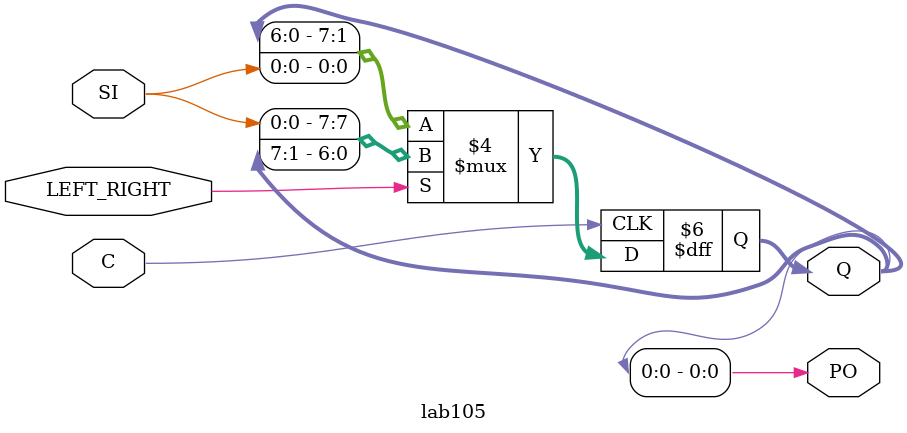
<source format=v>
`timescale 1ns / 1ps
module lab105(input C,SI,LEFT_RIGHT,
output PO,
output reg [7:0] Q);

always @(posedge C)
begin
if (LEFT_RIGHT==1'b0)
Q <= {Q[6:0], SI};
else
Q <= {SI, Q[7:1]};
end
assign PO = Q;
endmodule
</source>
